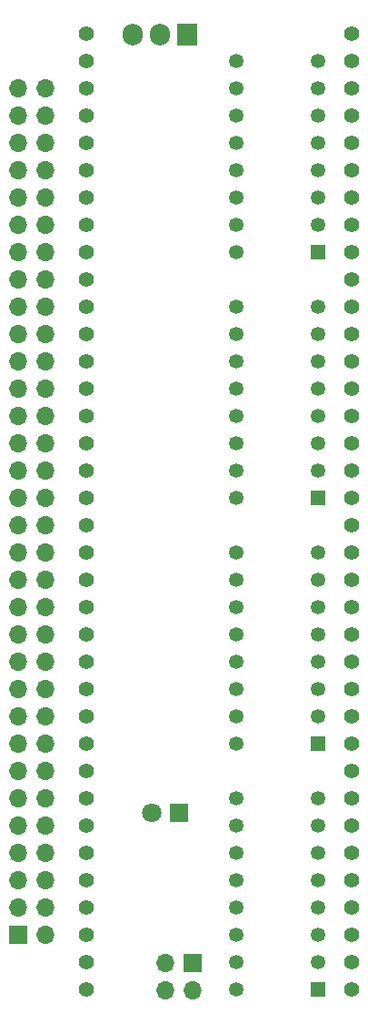
<source format=gbs>
%TF.GenerationSoftware,KiCad,Pcbnew,7.0.5*%
%TF.CreationDate,2024-01-28T12:41:20+02:00*%
%TF.ProjectId,Signal Tester Left,5369676e-616c-4205-9465-73746572204c,V0*%
%TF.SameCoordinates,Original*%
%TF.FileFunction,Soldermask,Bot*%
%TF.FilePolarity,Negative*%
%FSLAX46Y46*%
G04 Gerber Fmt 4.6, Leading zero omitted, Abs format (unit mm)*
G04 Created by KiCad (PCBNEW 7.0.5) date 2024-01-28 12:41:20*
%MOMM*%
%LPD*%
G01*
G04 APERTURE LIST*
%ADD10C,1.350000*%
%ADD11R,1.350000X1.350000*%
%ADD12R,1.905000X2.000000*%
%ADD13O,1.905000X2.000000*%
%ADD14C,1.400000*%
%ADD15R,1.700000X1.700000*%
%ADD16O,1.700000X1.700000*%
%ADD17R,1.800000X1.800000*%
%ADD18C,1.800000*%
G04 APERTURE END LIST*
D10*
%TO.C,DS2*%
X50800000Y-109220000D03*
X50800000Y-106680000D03*
X50800000Y-104140000D03*
X50800000Y-101600000D03*
X50800000Y-99060000D03*
X50800000Y-96520000D03*
X50800000Y-93980000D03*
X50800000Y-91440000D03*
X58420000Y-91440000D03*
X58420000Y-93980000D03*
X58420000Y-96520000D03*
X58420000Y-99060000D03*
X58420000Y-101600000D03*
X58420000Y-104140000D03*
X58420000Y-106680000D03*
D11*
X58420000Y-109220000D03*
%TD*%
D12*
%TO.C,U1*%
X46228000Y-43307000D03*
D13*
X43688000Y-43307000D03*
X41148000Y-43307000D03*
%TD*%
D14*
%TO.C,RN8*%
X36830000Y-63500000D03*
X36830000Y-60960000D03*
X36830000Y-58420000D03*
X36830000Y-55880000D03*
X36830000Y-53340000D03*
X36830000Y-50800000D03*
X36830000Y-48260000D03*
X36830000Y-45720000D03*
X36830000Y-43180000D03*
%TD*%
%TO.C,RN5*%
X61595000Y-86360000D03*
X61595000Y-83820000D03*
X61595000Y-81280000D03*
X61595000Y-78740000D03*
X61595000Y-76200000D03*
X61595000Y-73660000D03*
X61595000Y-71120000D03*
X61595000Y-68580000D03*
X61595000Y-66040000D03*
%TD*%
%TO.C,RN1*%
X61595000Y-132080000D03*
X61595000Y-129540000D03*
X61595000Y-127000000D03*
X61595000Y-124460000D03*
X61595000Y-121920000D03*
X61595000Y-119380000D03*
X61595000Y-116840000D03*
X61595000Y-114300000D03*
X61595000Y-111760000D03*
%TD*%
D10*
%TO.C,DS3*%
X50800000Y-86359999D03*
X50800000Y-83819999D03*
X50800000Y-81279999D03*
X50800000Y-78739999D03*
X50800000Y-76199999D03*
X50800000Y-73659999D03*
X50800000Y-71119999D03*
X50800000Y-68579999D03*
X58420000Y-68579999D03*
X58420000Y-71119999D03*
X58420000Y-73659999D03*
X58420000Y-76199999D03*
X58420000Y-78739999D03*
X58420000Y-81279999D03*
X58420000Y-83819999D03*
D11*
X58420000Y-86359999D03*
%TD*%
D15*
%TO.C,J2*%
X46736000Y-129667002D03*
D16*
X44196000Y-129667002D03*
X46736000Y-132207002D03*
X44196000Y-132207002D03*
%TD*%
D10*
%TO.C,DS4*%
X50800000Y-63499999D03*
X50800000Y-60959999D03*
X50800000Y-58419999D03*
X50800000Y-55879999D03*
X50800000Y-53339999D03*
X50800000Y-50799999D03*
X50800000Y-48259999D03*
X50800000Y-45719999D03*
X58420000Y-45719999D03*
X58420000Y-48259999D03*
X58420000Y-50799999D03*
X58420000Y-53339999D03*
X58420000Y-55879999D03*
X58420000Y-58419999D03*
X58420000Y-60959999D03*
D11*
X58420000Y-63499999D03*
%TD*%
%TO.C,DS1*%
X58420000Y-132080000D03*
D10*
X58420000Y-129540000D03*
X58420000Y-127000000D03*
X58420000Y-124460000D03*
X58420000Y-121920000D03*
X58420000Y-119380000D03*
X58420000Y-116840000D03*
X58420000Y-114300000D03*
X50800000Y-114300000D03*
X50800000Y-116840000D03*
X50800000Y-119380000D03*
X50800000Y-121920000D03*
X50800000Y-124460000D03*
X50800000Y-127000000D03*
X50800000Y-129540000D03*
X50800000Y-132080000D03*
%TD*%
D14*
%TO.C,RN4*%
X36830000Y-109220000D03*
X36830000Y-106680000D03*
X36830000Y-104140000D03*
X36830000Y-101600000D03*
X36830000Y-99060000D03*
X36830000Y-96520000D03*
X36830000Y-93980000D03*
X36830000Y-91440000D03*
X36830000Y-88900000D03*
%TD*%
%TO.C,RN2*%
X36830000Y-132080000D03*
X36830000Y-129540000D03*
X36830000Y-127000000D03*
X36830000Y-124460000D03*
X36830000Y-121920000D03*
X36830000Y-119380000D03*
X36830000Y-116840000D03*
X36830000Y-114300000D03*
X36830000Y-111760000D03*
%TD*%
D17*
%TO.C,LED1*%
X45470999Y-115697001D03*
D18*
X42930999Y-115697001D03*
%TD*%
D14*
%TO.C,RN3*%
X61595000Y-109220000D03*
X61595000Y-106680000D03*
X61595000Y-104140000D03*
X61595000Y-101600000D03*
X61595000Y-99060000D03*
X61595000Y-96520000D03*
X61595000Y-93980000D03*
X61595000Y-91440000D03*
X61595000Y-88900000D03*
%TD*%
%TO.C,RN7*%
X61595000Y-63500000D03*
X61595000Y-60960000D03*
X61595000Y-58420000D03*
X61595000Y-55880000D03*
X61595000Y-53340000D03*
X61595000Y-50800000D03*
X61595000Y-48260000D03*
X61595000Y-45720000D03*
X61595000Y-43180000D03*
%TD*%
%TO.C,RN6*%
X36830000Y-86360000D03*
X36830000Y-83820000D03*
X36830000Y-81280000D03*
X36830000Y-78740000D03*
X36830000Y-76200000D03*
X36830000Y-73660000D03*
X36830000Y-71120000D03*
X36830000Y-68580000D03*
X36830000Y-66040000D03*
%TD*%
D16*
%TO.C,J3*%
X33020000Y-48260000D03*
X30480000Y-48260000D03*
X33020000Y-50800000D03*
X30480000Y-50800000D03*
X33020000Y-53340000D03*
X30480000Y-53340000D03*
X33020000Y-55880000D03*
X30480000Y-55880000D03*
X33020000Y-58420000D03*
X30480000Y-58420000D03*
X33020000Y-60960000D03*
X30480000Y-60960000D03*
X33020000Y-63500000D03*
X30480000Y-63500000D03*
X33020000Y-66040000D03*
X30480000Y-66040000D03*
X33020000Y-68580000D03*
X30480000Y-68580000D03*
X33020000Y-71120000D03*
X30480000Y-71120000D03*
X33020000Y-73660000D03*
X30480000Y-73660000D03*
X33020000Y-76200000D03*
X30480000Y-76200000D03*
X33020000Y-78740000D03*
X30480000Y-78740000D03*
X33020000Y-81280000D03*
X30480000Y-81280000D03*
X33020000Y-83820000D03*
X30480000Y-83820000D03*
X33020000Y-86360000D03*
X30480000Y-86360000D03*
X33020000Y-88900000D03*
X30480000Y-88900000D03*
X33020000Y-91440000D03*
X30480000Y-91440000D03*
X33020000Y-93980000D03*
X30480000Y-93980000D03*
X33020000Y-96520000D03*
X30480000Y-96520000D03*
X33020000Y-99060000D03*
X30480000Y-99060000D03*
X33020000Y-101600000D03*
X30480000Y-101600000D03*
X33020000Y-104140000D03*
X30480000Y-104140000D03*
X33020000Y-106680000D03*
X30480000Y-106680000D03*
X33020000Y-109220000D03*
X30480000Y-109220000D03*
X33020000Y-111760000D03*
X30480000Y-111760000D03*
X33020000Y-114300000D03*
X30480000Y-114300000D03*
X33020000Y-116840000D03*
X30480000Y-116840000D03*
X33020000Y-119380000D03*
X30480000Y-119380000D03*
X33020000Y-121920000D03*
X30480000Y-121920000D03*
X33020000Y-124460000D03*
X30480000Y-124460000D03*
X33020000Y-127000000D03*
D15*
X30480000Y-127000000D03*
%TD*%
M02*

</source>
